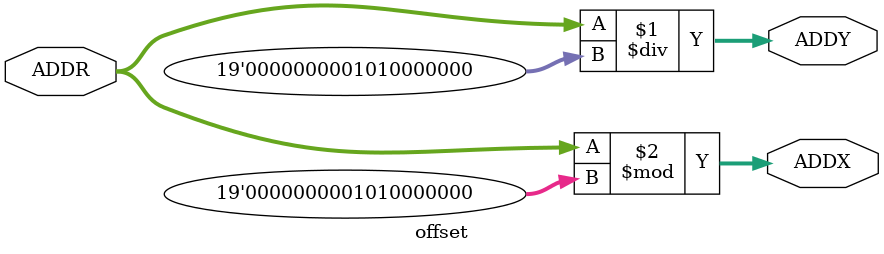
<source format=v>
module offset(ADDR, ADDX, ADDY);
	//ADDR = 640*y + x;
	input[18:0] ADDR;
	output[18:0] ADDX,ADDY;
	assign ADDY = ADDR/(19'd640);
	assign ADDX = ADDR%(19'd640);
endmodule

</source>
